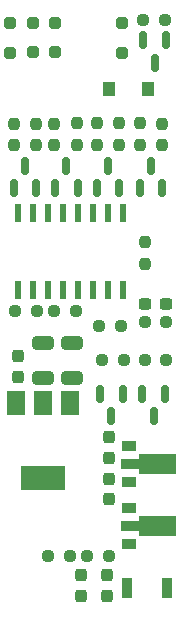
<source format=gbr>
%TF.GenerationSoftware,KiCad,Pcbnew,7.0.2*%
%TF.CreationDate,2024-02-16T13:22:18+02:00*%
%TF.ProjectId,dots_projector,646f7473-5f70-4726-9f6a-6563746f722e,rev?*%
%TF.SameCoordinates,Original*%
%TF.FileFunction,Paste,Bot*%
%TF.FilePolarity,Positive*%
%FSLAX46Y46*%
G04 Gerber Fmt 4.6, Leading zero omitted, Abs format (unit mm)*
G04 Created by KiCad (PCBNEW 7.0.2) date 2024-02-16 13:22:18*
%MOMM*%
%LPD*%
G01*
G04 APERTURE LIST*
G04 Aperture macros list*
%AMRoundRect*
0 Rectangle with rounded corners*
0 $1 Rounding radius*
0 $2 $3 $4 $5 $6 $7 $8 $9 X,Y pos of 4 corners*
0 Add a 4 corners polygon primitive as box body*
4,1,4,$2,$3,$4,$5,$6,$7,$8,$9,$2,$3,0*
0 Add four circle primitives for the rounded corners*
1,1,$1+$1,$2,$3*
1,1,$1+$1,$4,$5*
1,1,$1+$1,$6,$7*
1,1,$1+$1,$8,$9*
0 Add four rect primitives between the rounded corners*
20,1,$1+$1,$2,$3,$4,$5,0*
20,1,$1+$1,$4,$5,$6,$7,0*
20,1,$1+$1,$6,$7,$8,$9,0*
20,1,$1+$1,$8,$9,$2,$3,0*%
%AMFreePoly0*
4,1,9,3.862500,-0.866500,0.737500,-0.866500,0.737500,-0.450000,-0.737500,-0.450000,-0.737500,0.450000,0.737500,0.450000,0.737500,0.866500,3.862500,0.866500,3.862500,-0.866500,3.862500,-0.866500,$1*%
G04 Aperture macros list end*
%ADD10RoundRect,0.237500X0.237500X-0.287500X0.237500X0.287500X-0.237500X0.287500X-0.237500X-0.287500X0*%
%ADD11RoundRect,0.237500X0.237500X-0.250000X0.237500X0.250000X-0.237500X0.250000X-0.237500X-0.250000X0*%
%ADD12RoundRect,0.150000X0.150000X-0.587500X0.150000X0.587500X-0.150000X0.587500X-0.150000X-0.587500X0*%
%ADD13RoundRect,0.237500X0.237500X-0.300000X0.237500X0.300000X-0.237500X0.300000X-0.237500X-0.300000X0*%
%ADD14R,1.300000X0.900000*%
%ADD15FreePoly0,0.000000*%
%ADD16RoundRect,0.237500X0.250000X0.237500X-0.250000X0.237500X-0.250000X-0.237500X0.250000X-0.237500X0*%
%ADD17R,1.016000X1.244600*%
%ADD18RoundRect,0.150000X-0.150000X0.587500X-0.150000X-0.587500X0.150000X-0.587500X0.150000X0.587500X0*%
%ADD19RoundRect,0.237500X-0.250000X-0.237500X0.250000X-0.237500X0.250000X0.237500X-0.250000X0.237500X0*%
%ADD20RoundRect,0.250000X0.250000X-0.250000X0.250000X0.250000X-0.250000X0.250000X-0.250000X-0.250000X0*%
%ADD21R,1.500000X2.000000*%
%ADD22R,3.800000X2.000000*%
%ADD23RoundRect,0.137500X0.137500X-0.662500X0.137500X0.662500X-0.137500X0.662500X-0.137500X-0.662500X0*%
%ADD24RoundRect,0.250000X0.650000X-0.325000X0.650000X0.325000X-0.650000X0.325000X-0.650000X-0.325000X0*%
%ADD25RoundRect,0.237500X0.300000X0.237500X-0.300000X0.237500X-0.300000X-0.237500X0.300000X-0.237500X0*%
%ADD26R,0.900000X1.700000*%
G04 APERTURE END LIST*
D10*
%TO.C,D2*%
X73750000Y-124200000D03*
X73750000Y-122450000D03*
%TD*%
D11*
%TO.C,R27*%
X80600000Y-86012500D03*
X80600000Y-84187500D03*
%TD*%
D12*
%TO.C,Q6*%
X77000000Y-89675000D03*
X75100000Y-89675000D03*
X76050000Y-87800000D03*
%TD*%
D13*
%TO.C,C2*%
X76125000Y-116012500D03*
X76125000Y-114287500D03*
%TD*%
D14*
%TO.C,U3*%
X77775000Y-119775000D03*
D15*
X77862500Y-118275000D03*
D14*
X77775000Y-116775000D03*
%TD*%
D16*
%TO.C,R2*%
X72775000Y-120775000D03*
X70950000Y-120775000D03*
%TD*%
D17*
%TO.C,U9*%
X79400000Y-81250000D03*
X76098000Y-81250000D03*
%TD*%
D12*
%TO.C,Q7*%
X80600000Y-89675000D03*
X78700000Y-89675000D03*
X79650000Y-87800000D03*
%TD*%
D11*
%TO.C,R26*%
X75100000Y-86000000D03*
X75100000Y-84175000D03*
%TD*%
D18*
%TO.C,Q1*%
X75361000Y-107100000D03*
X77261000Y-107100000D03*
X76311000Y-108975000D03*
%TD*%
D11*
%TO.C,R12*%
X79200000Y-96075000D03*
X79200000Y-94250000D03*
%TD*%
%TO.C,R28*%
X78700000Y-86000000D03*
X78700000Y-84175000D03*
%TD*%
D16*
%TO.C,R3*%
X76100000Y-120775000D03*
X74275000Y-120775000D03*
%TD*%
D19*
%TO.C,R17*%
X79000000Y-75425000D03*
X80825000Y-75425000D03*
%TD*%
D13*
%TO.C,C3*%
X76125000Y-112475000D03*
X76125000Y-110750000D03*
%TD*%
D18*
%TO.C,Q3*%
X78950000Y-107100000D03*
X80850000Y-107100000D03*
X79900000Y-108975000D03*
%TD*%
D20*
%TO.C,D9*%
X67750000Y-78200000D03*
X67750000Y-75700000D03*
%TD*%
D11*
%TO.C,R24*%
X71500000Y-86025000D03*
X71500000Y-84200000D03*
%TD*%
D20*
%TO.C,D12*%
X71575000Y-78175000D03*
X71575000Y-75675000D03*
%TD*%
D13*
%TO.C,C5*%
X68450000Y-105625000D03*
X68450000Y-103900000D03*
%TD*%
D11*
%TO.C,R22*%
X68100000Y-86025000D03*
X68100000Y-84200000D03*
%TD*%
%TO.C,R25*%
X77000000Y-86000000D03*
X77000000Y-84175000D03*
%TD*%
%TO.C,R23*%
X73400000Y-86000000D03*
X73400000Y-84175000D03*
%TD*%
D21*
%TO.C,U7*%
X68250000Y-107875000D03*
X70550000Y-107875000D03*
D22*
X70550000Y-114175000D03*
D21*
X72850000Y-107875000D03*
%TD*%
D16*
%TO.C,R14*%
X73300000Y-100100000D03*
X71475000Y-100100000D03*
%TD*%
D18*
%TO.C,Q4*%
X79025000Y-77150000D03*
X80925000Y-77150000D03*
X79975000Y-79025000D03*
%TD*%
D19*
%TO.C,R4*%
X79125000Y-101000000D03*
X80950000Y-101000000D03*
%TD*%
D11*
%TO.C,R21*%
X69900000Y-86025000D03*
X69900000Y-84200000D03*
%TD*%
D10*
%TO.C,D3*%
X75925000Y-124200000D03*
X75925000Y-122450000D03*
%TD*%
D23*
%TO.C,U10*%
X77295000Y-98300000D03*
X76025000Y-98300000D03*
X74755000Y-98300000D03*
X73485000Y-98300000D03*
X72215000Y-98300000D03*
X70945000Y-98300000D03*
X69675000Y-98300000D03*
X68405000Y-98300000D03*
X68405000Y-91800000D03*
X69675000Y-91800000D03*
X70945000Y-91800000D03*
X72215000Y-91800000D03*
X73485000Y-91800000D03*
X74755000Y-91800000D03*
X76025000Y-91800000D03*
X77295000Y-91800000D03*
%TD*%
D12*
%TO.C,Q5*%
X73450000Y-89675000D03*
X71550000Y-89675000D03*
X72500000Y-87800000D03*
%TD*%
D24*
%TO.C,C4*%
X70550000Y-105725000D03*
X70550000Y-102775000D03*
%TD*%
D25*
%TO.C,C1*%
X80900000Y-99450000D03*
X79175000Y-99450000D03*
%TD*%
D20*
%TO.C,D11*%
X77200000Y-78200000D03*
X77200000Y-75700000D03*
%TD*%
%TO.C,D10*%
X69675000Y-78175000D03*
X69675000Y-75675000D03*
%TD*%
D24*
%TO.C,C7*%
X72975000Y-105725000D03*
X72975000Y-102775000D03*
%TD*%
D14*
%TO.C,U1*%
X77775000Y-114500000D03*
D15*
X77862500Y-113000000D03*
D14*
X77775000Y-111500000D03*
%TD*%
D19*
%TO.C,R6*%
X75525000Y-104212500D03*
X77350000Y-104212500D03*
%TD*%
%TO.C,R15*%
X79125000Y-104212500D03*
X80950000Y-104212500D03*
%TD*%
D26*
%TO.C,SW1*%
X77625000Y-123525000D03*
X81025000Y-123525000D03*
%TD*%
D16*
%TO.C,R18*%
X70000000Y-100100000D03*
X68175000Y-100100000D03*
%TD*%
%TO.C,R13*%
X77100000Y-101300000D03*
X75275000Y-101300000D03*
%TD*%
D12*
%TO.C,Q2*%
X69950000Y-89675000D03*
X68050000Y-89675000D03*
X69000000Y-87800000D03*
%TD*%
M02*

</source>
